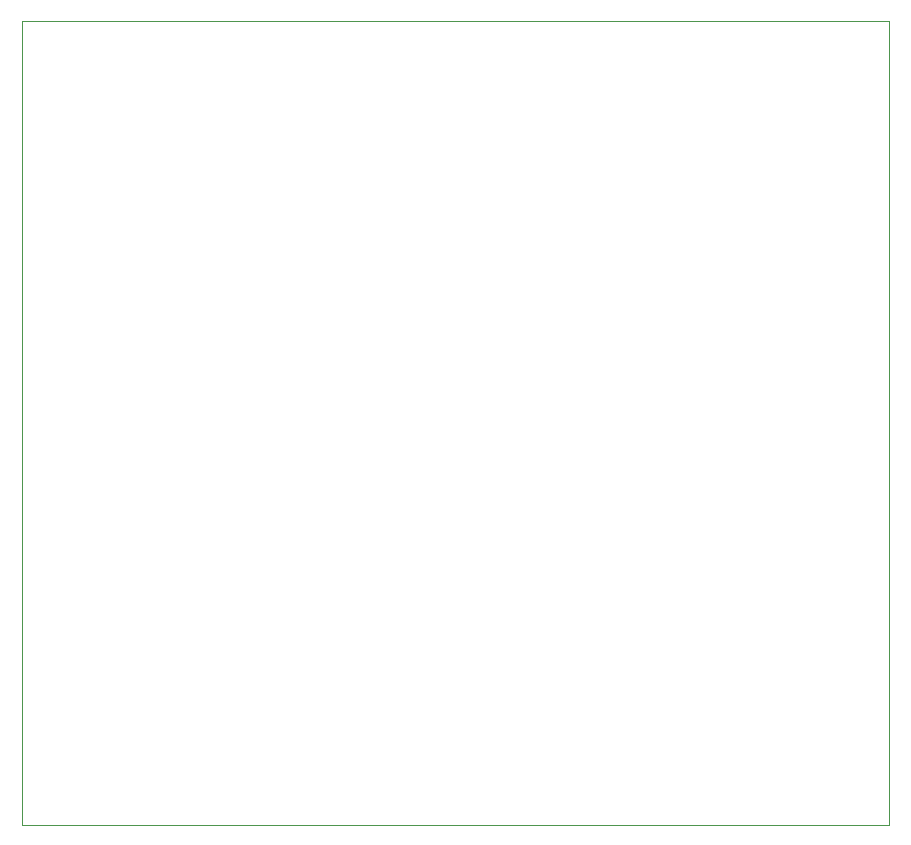
<source format=gbr>
G04 #@! TF.GenerationSoftware,KiCad,Pcbnew,(5.1.2-1)-1*
G04 #@! TF.CreationDate,2021-05-12T23:48:54-04:00*
G04 #@! TF.ProjectId,Noise Cornucopia - MFOS,4e6f6973-6520-4436-9f72-6e75636f7069,rev?*
G04 #@! TF.SameCoordinates,Original*
G04 #@! TF.FileFunction,Profile,NP*
%FSLAX46Y46*%
G04 Gerber Fmt 4.6, Leading zero omitted, Abs format (unit mm)*
G04 Created by KiCad (PCBNEW (5.1.2-1)-1) date 2021-05-12 23:48:54*
%MOMM*%
%LPD*%
G04 APERTURE LIST*
%ADD10C,0.050000*%
G04 APERTURE END LIST*
D10*
X85598000Y-12192000D02*
X12192000Y-12192000D01*
X85598000Y-80264000D02*
X85598000Y-12192000D01*
X12192000Y-80264000D02*
X85598000Y-80264000D01*
X12192000Y-12192000D02*
X12192000Y-80264000D01*
M02*

</source>
